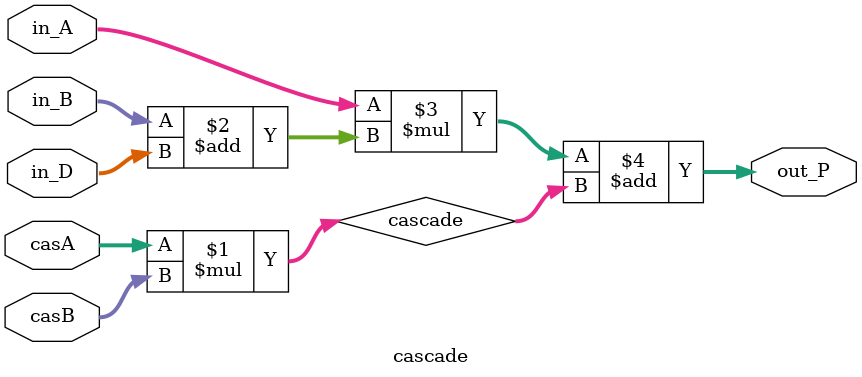
<source format=v>
/*
ISC License

Copyright (C) 2024 Microchip Technology Inc. and its subsidiaries

Permission to use, copy, modify, and/or distribute this software for any
purpose with or without fee is hereby granted, provided that the above
copyright notice and this permission notice appear in all copies.

THE SOFTWARE IS PROVIDED "AS IS" AND THE AUTHOR DISCLAIMS ALL WARRANTIES
WITH REGARD TO THIS SOFTWARE INCLUDING ALL IMPLIED WARRANTIES OF
MERCHANTABILITY AND FITNESS. IN NO EVENT SHALL THE AUTHOR BE LIABLE FOR
ANY SPECIAL, DIRECT, INDIRECT, OR CONSEQUENTIAL DAMAGES OR ANY DAMAGES
WHATSOEVER RESULTING FROM LOSS OF USE, DATA OR PROFITS, WHETHER IN AN
ACTION OF CONTRACT, NEGLIGENCE OR OTHER TORTIOUS ACTION, ARISING OUT OF
OR IN CONNECTION WITH THE USE OR PERFORMANCE OF THIS SOFTWARE.
*/

module cascade(
	input signed [5:0] in_A,
	input signed [4:0] in_B,
	input signed [4:0] in_D,
	output signed [11:0] out_P,

	input signed [4:0] casA,
	input signed [4:0] casB

);

wire signed [9:0] cascade;
// first dsp
assign cascade = casA * casB;

// second dsp
assign out_P = in_A * (in_B + in_D) + cascade;


endmodule

</source>
